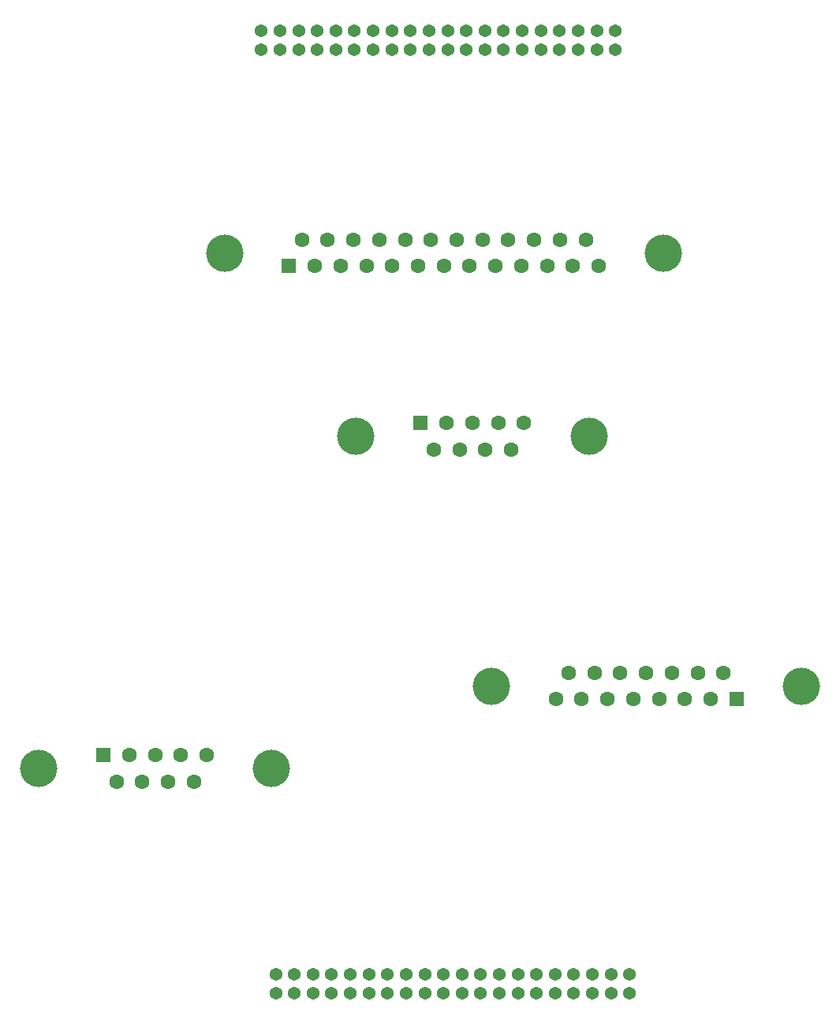
<source format=gbr>
%TF.GenerationSoftware,KiCad,Pcbnew,7.0.7*%
%TF.CreationDate,2024-02-25T12:29:17-08:00*%
%TF.ProjectId,Connector-board,436f6e6e-6563-4746-9f72-2d626f617264,rev?*%
%TF.SameCoordinates,Original*%
%TF.FileFunction,Soldermask,Bot*%
%TF.FilePolarity,Negative*%
%FSLAX46Y46*%
G04 Gerber Fmt 4.6, Leading zero omitted, Abs format (unit mm)*
G04 Created by KiCad (PCBNEW 7.0.7) date 2024-02-25 12:29:17*
%MOMM*%
%LPD*%
G01*
G04 APERTURE LIST*
%ADD10C,1.371600*%
%ADD11C,4.000000*%
%ADD12R,1.600000X1.600000*%
%ADD13C,1.600000*%
G04 APERTURE END LIST*
D10*
%TO.C,J1*%
X156086831Y-159170000D03*
X156086831Y-157170000D03*
X158086831Y-159170000D03*
X158086831Y-157170000D03*
X160086831Y-159170000D03*
X160086831Y-157170000D03*
X162086831Y-159170000D03*
X162086831Y-157170000D03*
X164086831Y-159170000D03*
X164086831Y-157170000D03*
X166086831Y-159170000D03*
X166086831Y-157170000D03*
X168086831Y-159170000D03*
X168086831Y-157170000D03*
X170086831Y-159170000D03*
X170086831Y-157170000D03*
X172086831Y-159170000D03*
X172086831Y-157170000D03*
X174086831Y-159170000D03*
X174086831Y-157170000D03*
X176086831Y-159170000D03*
X176086831Y-157170000D03*
X178086831Y-159170000D03*
X178086831Y-157170000D03*
X180086831Y-159170000D03*
X180086831Y-157170000D03*
X182086831Y-159170000D03*
X182086831Y-157170000D03*
X184086831Y-159170000D03*
X184086831Y-157170000D03*
X186086831Y-159170000D03*
X186086831Y-157170000D03*
X188086731Y-159170000D03*
X188086731Y-157170000D03*
X190086731Y-159170000D03*
X190086731Y-157170000D03*
X192086731Y-159170000D03*
X192086731Y-157170000D03*
X194086731Y-159170000D03*
X194086731Y-157170000D03*
X154550000Y-57900000D03*
X154550000Y-55900000D03*
X156550000Y-57900000D03*
X156550000Y-55900000D03*
X158550000Y-57900000D03*
X158550000Y-55900000D03*
X160550000Y-57900000D03*
X160550000Y-55900000D03*
X162549900Y-57900000D03*
X162549900Y-55900000D03*
X164549900Y-57900000D03*
X164549900Y-55900000D03*
X166549900Y-57900000D03*
X166549900Y-55900000D03*
X168549900Y-57900000D03*
X168549900Y-55900000D03*
X170549900Y-57900000D03*
X170549900Y-55900000D03*
X172549900Y-57900000D03*
X172549900Y-55900000D03*
X174549900Y-57900000D03*
X174549900Y-55900000D03*
X176549900Y-57900000D03*
X176549900Y-55900000D03*
X178549900Y-57900000D03*
X178549900Y-55900000D03*
X180549900Y-57900000D03*
X180549900Y-55900000D03*
X182549900Y-57900000D03*
X182549900Y-55900000D03*
X184549900Y-57900000D03*
X184549900Y-55900000D03*
X186549900Y-57900000D03*
X186549900Y-55900000D03*
X188549900Y-57900000D03*
X188549900Y-55900000D03*
X190549900Y-57900000D03*
X190549900Y-55900000D03*
X192549900Y-57900000D03*
X192549900Y-55900000D03*
%TD*%
D11*
%TO.C,4TC_DSUB1*%
X155640000Y-135020000D03*
X130640000Y-135020000D03*
D12*
X137600000Y-133600000D03*
D13*
X140370000Y-133600000D03*
X143140000Y-133600000D03*
X145910000Y-133600000D03*
X148680000Y-133600000D03*
X138985000Y-136440000D03*
X141755000Y-136440000D03*
X144525000Y-136440000D03*
X147295000Y-136440000D03*
%TD*%
D11*
%TO.C,GND_DSUB1*%
X179200000Y-126200000D03*
X212500000Y-126200000D03*
D12*
X205545000Y-127620000D03*
D13*
X202775000Y-127620000D03*
X200005000Y-127620000D03*
X197235000Y-127620000D03*
X194465000Y-127620000D03*
X191695000Y-127620000D03*
X188925000Y-127620000D03*
X186155000Y-127620000D03*
X204160000Y-124780000D03*
X201390000Y-124780000D03*
X198620000Y-124780000D03*
X195850000Y-124780000D03*
X193080000Y-124780000D03*
X190310000Y-124780000D03*
X187540000Y-124780000D03*
%TD*%
D11*
%TO.C,SOLENOIDS_DSUB1*%
X189700000Y-99400000D03*
X164700000Y-99400000D03*
D12*
X171660000Y-97980000D03*
D13*
X174430000Y-97980000D03*
X177200000Y-97980000D03*
X179970000Y-97980000D03*
X182740000Y-97980000D03*
X173045000Y-100820000D03*
X175815000Y-100820000D03*
X178585000Y-100820000D03*
X181355000Y-100820000D03*
%TD*%
D11*
%TO.C,PT_DSUB1*%
X150585000Y-79720000D03*
X197685000Y-79720000D03*
D12*
X157515000Y-81140000D03*
D13*
X160285000Y-81140000D03*
X163055000Y-81140000D03*
X165825000Y-81140000D03*
X168595000Y-81140000D03*
X171365000Y-81140000D03*
X174135000Y-81140000D03*
X176905000Y-81140000D03*
X179675000Y-81140000D03*
X182445000Y-81140000D03*
X185215000Y-81140000D03*
X187985000Y-81140000D03*
X190755000Y-81140000D03*
X158900000Y-78300000D03*
X161670000Y-78300000D03*
X164440000Y-78300000D03*
X167210000Y-78300000D03*
X169980000Y-78300000D03*
X172750000Y-78300000D03*
X175520000Y-78300000D03*
X178290000Y-78300000D03*
X181060000Y-78300000D03*
X183830000Y-78300000D03*
X186600000Y-78300000D03*
X189370000Y-78300000D03*
%TD*%
M02*

</source>
